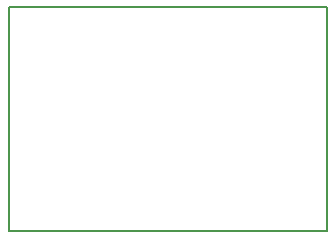
<source format=gm1>
G04*
G04 #@! TF.GenerationSoftware,Altium Limited,Altium Designer,20.0.2 (26)*
G04*
G04 Layer_Color=16711935*
%FSLAX25Y25*%
%MOIN*%
G70*
G01*
G75*
%ADD10C,0.00787*%
D10*
X105812Y0D02*
Y74803D01*
X0D02*
X105811D01*
X0Y0D02*
Y74803D01*
Y0D02*
X105811D01*
M02*

</source>
